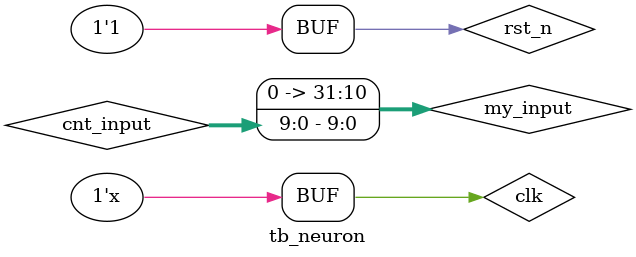
<source format=v>
`timescale  1ns/1ns
module tb_neuron();

reg          clk         ;
reg          rst_n       ;
reg    [9:0] cnt_input   ;

wire   [31:0] my_input    ;
reg           input_valid ;

wire   [31:0]     my_output     ;
wire              output_valid  ;

initial begin
    clk   =  1'b1;
    rst_n <= 1'b0;
    #20000    
    rst_n <= 1'b1;
end

always  #20  clk = ~clk   ;

always @(posedge clk or negedge rst_n) begin
    if (~rst_n)
        cnt_input <= 10'b0;
    else if(cnt_input == 783)
        cnt_input <= 10'd0;
    else    
        cnt_input <= cnt_input + 1'b1;
end

always @(posedge clk or negedge rst_n) begin
    if(~rst_n)
        input_valid <= 1'b0;
    else if (cnt_input == 783)
        input_valid <= ~input_valid;
end

assign my_input = {22'b0,cnt_input};

neuron
#(
    .LAYER_NO          (1)  ,    //层数编号
    .NEURON_NO         (15)  ,    //神经元编号  
    .WEIGHT_NUM        (784) ,    //权重数目
    .DATA_WIDTH        (32) ,    //数据宽度
    .SIGMOID_SIZE      (10) ,    //SIGMOID激活函数大小
    .WEIGHT_INT_WIDTH  (4)   ,    //权重整数位数
    .ACT_TYPE          ("relu")   ,    //激活类型
    .BIAS_FILE         ("b_1_15.mif")   ,    //偏置大小文件目录
    .WEIGHT_FILE       ("w_1_15.mif")      //权重大小文件目录
)
u_neuron
(   
    // 时钟复位信号
    .clk        (clk) ,
    .rst_n      (rst_n) ,
    // 神经元输入接口
    .my_input         (my_input) ,
    .input_valid      (input_valid) ,
    // 权重及偏置接口
    .weight_value     (),
    .weight_valid     (),
    .bias_value       (), 
    .bias_valid       (),
    // 配置位置接口
    .config_layer_num  (1),
    .config_neuron_num (15),
    // 输出接口
    .my_output       (my_output) ,
    .output_valid    (output_valid)
);

endmodule
</source>
